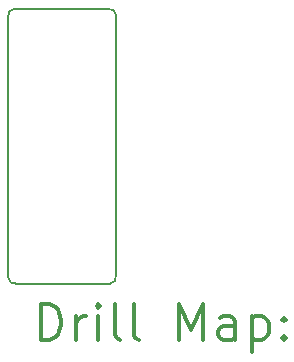
<source format=gbr>
%FSLAX45Y45*%
G04 Gerber Fmt 4.5, Leading zero omitted, Abs format (unit mm)*
G04 Created by KiCad (PCBNEW (5.0.1)-3) date 12/08/2019 13:29:19*
%MOMM*%
%LPD*%
G01*
G04 APERTURE LIST*
%ADD10C,0.150000*%
%ADD11C,0.200000*%
%ADD12C,0.300000*%
G04 APERTURE END LIST*
D10*
X13947140Y-7721600D02*
X14744700Y-7721600D01*
D11*
X13959840Y-10045700D02*
X14757400Y-10045700D01*
X13897344Y-9993851D02*
X13897344Y-7784051D01*
D10*
X13897344Y-7784051D02*
G75*
G02X13946627Y-7720930I49283J12321D01*
G01*
X13960465Y-10044651D02*
G75*
G02X13897344Y-9995368I-12321J49283D01*
G01*
X14808200Y-9982200D02*
G75*
G02X14758917Y-10045321I-49283J-12321D01*
G01*
X14745079Y-7721600D02*
G75*
G02X14808200Y-7770883I12321J-49283D01*
G01*
D11*
X14808200Y-7772400D02*
X14808200Y-9982200D01*
D11*
D12*
X14173773Y-10521414D02*
X14173773Y-10221414D01*
X14245201Y-10221414D01*
X14288058Y-10235700D01*
X14316630Y-10264272D01*
X14330916Y-10292843D01*
X14345201Y-10349986D01*
X14345201Y-10392843D01*
X14330916Y-10449986D01*
X14316630Y-10478557D01*
X14288058Y-10507129D01*
X14245201Y-10521414D01*
X14173773Y-10521414D01*
X14473773Y-10521414D02*
X14473773Y-10321414D01*
X14473773Y-10378557D02*
X14488058Y-10349986D01*
X14502344Y-10335700D01*
X14530916Y-10321414D01*
X14559487Y-10321414D01*
X14659487Y-10521414D02*
X14659487Y-10321414D01*
X14659487Y-10221414D02*
X14645201Y-10235700D01*
X14659487Y-10249986D01*
X14673773Y-10235700D01*
X14659487Y-10221414D01*
X14659487Y-10249986D01*
X14845201Y-10521414D02*
X14816630Y-10507129D01*
X14802344Y-10478557D01*
X14802344Y-10221414D01*
X15002344Y-10521414D02*
X14973773Y-10507129D01*
X14959487Y-10478557D01*
X14959487Y-10221414D01*
X15345201Y-10521414D02*
X15345201Y-10221414D01*
X15445201Y-10435700D01*
X15545201Y-10221414D01*
X15545201Y-10521414D01*
X15816630Y-10521414D02*
X15816630Y-10364272D01*
X15802344Y-10335700D01*
X15773773Y-10321414D01*
X15716630Y-10321414D01*
X15688058Y-10335700D01*
X15816630Y-10507129D02*
X15788058Y-10521414D01*
X15716630Y-10521414D01*
X15688058Y-10507129D01*
X15673773Y-10478557D01*
X15673773Y-10449986D01*
X15688058Y-10421414D01*
X15716630Y-10407129D01*
X15788058Y-10407129D01*
X15816630Y-10392843D01*
X15959487Y-10321414D02*
X15959487Y-10621414D01*
X15959487Y-10335700D02*
X15988058Y-10321414D01*
X16045201Y-10321414D01*
X16073773Y-10335700D01*
X16088058Y-10349986D01*
X16102344Y-10378557D01*
X16102344Y-10464272D01*
X16088058Y-10492843D01*
X16073773Y-10507129D01*
X16045201Y-10521414D01*
X15988058Y-10521414D01*
X15959487Y-10507129D01*
X16230916Y-10492843D02*
X16245201Y-10507129D01*
X16230916Y-10521414D01*
X16216630Y-10507129D01*
X16230916Y-10492843D01*
X16230916Y-10521414D01*
X16230916Y-10335700D02*
X16245201Y-10349986D01*
X16230916Y-10364272D01*
X16216630Y-10349986D01*
X16230916Y-10335700D01*
X16230916Y-10364272D01*
M02*

</source>
